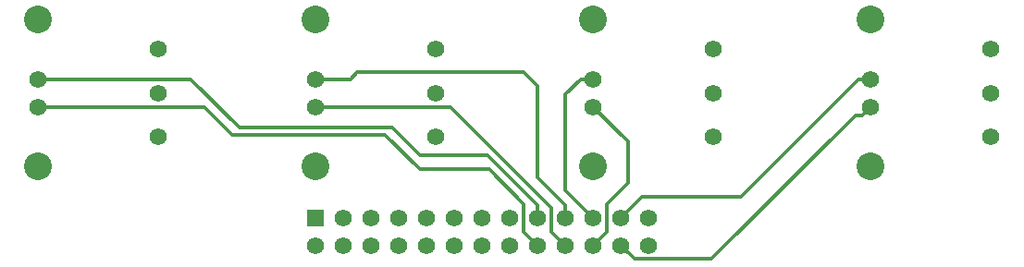
<source format=gbr>
G04 #@! TF.GenerationSoftware,KiCad,Pcbnew,(5.0.1)-3*
G04 #@! TF.CreationDate,2018-11-05T22:32:35-08:00*
G04 #@! TF.ProjectId,500-1136,3530302D313133362E6B696361645F70,rev?*
G04 #@! TF.SameCoordinates,Original*
G04 #@! TF.FileFunction,Copper,L2,Bot,Signal*
G04 #@! TF.FilePolarity,Positive*
%FSLAX46Y46*%
G04 Gerber Fmt 4.6, Leading zero omitted, Abs format (unit mm)*
G04 Created by KiCad (PCBNEW (5.0.1)-3) date 11/5/2018 10:32:35 PM*
%MOMM*%
%LPD*%
G01*
G04 APERTURE LIST*
G04 #@! TA.AperFunction,ComponentPad*
%ADD10R,1.574800X1.574800*%
G04 #@! TD*
G04 #@! TA.AperFunction,ComponentPad*
%ADD11C,1.574800*%
G04 #@! TD*
G04 #@! TA.AperFunction,ComponentPad*
%ADD12C,2.540000*%
G04 #@! TD*
G04 #@! TA.AperFunction,Conductor*
%ADD13C,0.304800*%
G04 #@! TD*
G04 APERTURE END LIST*
D10*
G04 #@! TO.P,P1,1*
G04 #@! TO.N,Net-(P1-Pad1)*
X152400000Y-139065000D03*
D11*
G04 #@! TO.P,P1,2*
G04 #@! TO.N,Net-(P1-Pad2)*
X152400000Y-141605000D03*
G04 #@! TO.P,P1,3*
G04 #@! TO.N,Net-(P1-Pad3)*
X154940000Y-139065000D03*
G04 #@! TO.P,P1,4*
G04 #@! TO.N,N/C*
X154940000Y-141605000D03*
G04 #@! TO.P,P1,5*
G04 #@! TO.N,Net-(P1-Pad5)*
X157480000Y-139065000D03*
G04 #@! TO.P,P1,6*
G04 #@! TO.N,Net-(P1-Pad6)*
X157480000Y-141605000D03*
G04 #@! TO.P,P1,7*
G04 #@! TO.N,Net-(P1-Pad7)*
X160020000Y-139065000D03*
G04 #@! TO.P,P1,8*
G04 #@! TO.N,N/C*
X160020000Y-141605000D03*
G04 #@! TO.P,P1,9*
G04 #@! TO.N,Net-(P1-Pad9)*
X162560000Y-139065000D03*
G04 #@! TO.P,P1,10*
G04 #@! TO.N,Net-(P1-Pad10)*
X162560000Y-141605000D03*
G04 #@! TO.P,P1,11*
G04 #@! TO.N,Net-(P1-Pad11)*
X165100000Y-139065000D03*
G04 #@! TO.P,P1,12*
G04 #@! TO.N,N/C*
X165100000Y-141605000D03*
G04 #@! TO.P,P1,13*
G04 #@! TO.N,Net-(P1-Pad13)*
X167640000Y-139065000D03*
G04 #@! TO.P,P1,14*
G04 #@! TO.N,Net-(P1-Pad14)*
X167640000Y-141605000D03*
G04 #@! TO.P,P1,15*
G04 #@! TO.N,Net-(P1-Pad15)*
X170180000Y-139065000D03*
G04 #@! TO.P,P1,16*
G04 #@! TO.N,N/C*
X170180000Y-141605000D03*
G04 #@! TO.P,P1,17*
G04 #@! TO.N,Net-(P1-Pad17)*
X172720000Y-139065000D03*
G04 #@! TO.P,P1,18*
G04 #@! TO.N,Net-(P1-Pad18)*
X172720000Y-141605000D03*
G04 #@! TO.P,P1,19*
G04 #@! TO.N,Net-(P1-Pad19)*
X175260000Y-139065000D03*
G04 #@! TO.P,P1,20*
G04 #@! TO.N,Net-(P1-Pad20)*
X175260000Y-141605000D03*
G04 #@! TO.P,P1,21*
G04 #@! TO.N,Net-(P1-Pad21)*
X177800000Y-139065000D03*
G04 #@! TO.P,P1,22*
G04 #@! TO.N,Net-(P1-Pad22)*
X177800000Y-141605000D03*
G04 #@! TO.P,P1,23*
G04 #@! TO.N,Net-(P1-Pad23)*
X180340000Y-139065000D03*
G04 #@! TO.P,P1,24*
G04 #@! TO.N,Net-(P1-Pad24)*
X180340000Y-141605000D03*
G04 #@! TO.P,P1,25*
G04 #@! TO.N,N/C*
X182880000Y-139065000D03*
G04 #@! TO.P,P1,26*
X182880000Y-141605000D03*
G04 #@! TD*
D12*
G04 #@! TO.P,R1,*
G04 #@! TO.N,*
X127000000Y-134335000D03*
X127000000Y-120935000D03*
D11*
G04 #@! TO.P,R1,4*
G04 #@! TO.N,Net-(P1-Pad18)*
X127000000Y-128905000D03*
G04 #@! TO.P,R1,5*
G04 #@! TO.N,Net-(P1-Pad17)*
X127000000Y-126365000D03*
G04 #@! TO.P,R1,2*
G04 #@! TO.N,Net-(P1-Pad2)*
X138000000Y-127635000D03*
G04 #@! TO.P,R1,3*
G04 #@! TO.N,Net-(P1-Pad3)*
X138000000Y-123635000D03*
G04 #@! TO.P,R1,1*
G04 #@! TO.N,Net-(P1-Pad1)*
X138000000Y-131635000D03*
G04 #@! TD*
G04 #@! TO.P,R2,1*
G04 #@! TO.N,Net-(P1-Pad5)*
X163400000Y-131635000D03*
G04 #@! TO.P,R2,3*
G04 #@! TO.N,Net-(P1-Pad7)*
X163400000Y-123635000D03*
G04 #@! TO.P,R2,2*
G04 #@! TO.N,Net-(P1-Pad6)*
X163400000Y-127635000D03*
G04 #@! TO.P,R2,5*
G04 #@! TO.N,Net-(P1-Pad19)*
X152400000Y-126365000D03*
G04 #@! TO.P,R2,4*
G04 #@! TO.N,Net-(P1-Pad20)*
X152400000Y-128905000D03*
D12*
G04 #@! TO.P,R2,*
G04 #@! TO.N,*
X152400000Y-120935000D03*
X152400000Y-134335000D03*
G04 #@! TD*
G04 #@! TO.P,R3,*
G04 #@! TO.N,*
X177800000Y-134335000D03*
X177800000Y-120935000D03*
D11*
G04 #@! TO.P,R3,4*
G04 #@! TO.N,Net-(P1-Pad22)*
X177800000Y-128905000D03*
G04 #@! TO.P,R3,5*
G04 #@! TO.N,Net-(P1-Pad21)*
X177800000Y-126365000D03*
G04 #@! TO.P,R3,2*
G04 #@! TO.N,Net-(P1-Pad10)*
X188800000Y-127635000D03*
G04 #@! TO.P,R3,3*
G04 #@! TO.N,Net-(P1-Pad11)*
X188800000Y-123635000D03*
G04 #@! TO.P,R3,1*
G04 #@! TO.N,Net-(P1-Pad9)*
X188800000Y-131635000D03*
G04 #@! TD*
G04 #@! TO.P,R4,1*
G04 #@! TO.N,Net-(P1-Pad13)*
X214200000Y-131635000D03*
G04 #@! TO.P,R4,3*
G04 #@! TO.N,Net-(P1-Pad15)*
X214200000Y-123635000D03*
G04 #@! TO.P,R4,2*
G04 #@! TO.N,Net-(P1-Pad14)*
X214200000Y-127635000D03*
G04 #@! TO.P,R4,5*
G04 #@! TO.N,Net-(P1-Pad23)*
X203200000Y-126365000D03*
G04 #@! TO.P,R4,4*
G04 #@! TO.N,Net-(P1-Pad24)*
X203200000Y-128905000D03*
D12*
G04 #@! TO.P,R4,*
G04 #@! TO.N,*
X203200000Y-120935000D03*
X203200000Y-134335000D03*
G04 #@! TD*
D13*
G04 #@! TO.N,Net-(P1-Pad17)*
X172720000Y-139065000D02*
X172720000Y-137951449D01*
X145415000Y-130810000D02*
X140970000Y-126365000D01*
X128113551Y-126365000D02*
X127000000Y-126365000D01*
X159385000Y-130810000D02*
X145415000Y-130810000D01*
X161925000Y-133350000D02*
X159385000Y-130810000D01*
X168118551Y-133350000D02*
X161925000Y-133350000D01*
X172720000Y-137951449D02*
X168118551Y-133350000D01*
X140970000Y-126365000D02*
X128113551Y-126365000D01*
G04 #@! TO.N,Net-(P1-Pad18)*
X127000000Y-128905000D02*
X142240000Y-128905000D01*
X142240000Y-128905000D02*
X144780000Y-131445000D01*
X144780000Y-131445000D02*
X158750000Y-131445000D01*
X158750000Y-131445000D02*
X161925000Y-134620000D01*
X161925000Y-134620000D02*
X168275000Y-134620000D01*
X168275000Y-134620000D02*
X171450000Y-137795000D01*
X171450000Y-140335000D02*
X172720000Y-141605000D01*
X171450000Y-137795000D02*
X171450000Y-140335000D01*
G04 #@! TO.N,Net-(P1-Pad19)*
X175260000Y-137951449D02*
X172720000Y-135411449D01*
X175260000Y-139065000D02*
X175260000Y-137951449D01*
X172720000Y-135411449D02*
X172720000Y-127000000D01*
X172720000Y-127000000D02*
X171450000Y-125730000D01*
X171450000Y-125730000D02*
X156210000Y-125730000D01*
X156210000Y-125730000D02*
X155575000Y-126365000D01*
X155575000Y-126365000D02*
X152400000Y-126365000D01*
G04 #@! TO.N,Net-(P1-Pad20)*
X173990000Y-138202880D02*
X164692120Y-128905000D01*
X153513551Y-128905000D02*
X152400000Y-128905000D01*
X164692120Y-128905000D02*
X153513551Y-128905000D01*
X173990000Y-140335000D02*
X173990000Y-138202880D01*
X175260000Y-141605000D02*
X173990000Y-140335000D01*
G04 #@! TO.N,Net-(P1-Pad21)*
X175260000Y-136525000D02*
X177800000Y-139065000D01*
X175260000Y-127791449D02*
X175260000Y-136525000D01*
X177800000Y-126365000D02*
X176686449Y-126365000D01*
X176686449Y-126365000D02*
X175260000Y-127791449D01*
G04 #@! TO.N,Net-(P1-Pad22)*
X177800000Y-141605000D02*
X179070000Y-140335000D01*
X179070000Y-140335000D02*
X179070000Y-137795000D01*
X179070000Y-137795000D02*
X180975000Y-135890000D01*
X180975000Y-132080000D02*
X177800000Y-128905000D01*
X180975000Y-135890000D02*
X180975000Y-132080000D01*
G04 #@! TO.N,Net-(P1-Pad23)*
X202086449Y-126365000D02*
X191291449Y-137160000D01*
X203200000Y-126365000D02*
X202086449Y-126365000D01*
X182245000Y-137160000D02*
X180340000Y-139065000D01*
X191291449Y-137160000D02*
X182245000Y-137160000D01*
G04 #@! TO.N,Net-(P1-Pad24)*
X202412601Y-129692399D02*
X201777601Y-129692399D01*
X203200000Y-128905000D02*
X202412601Y-129692399D01*
X181127399Y-142392399D02*
X180340000Y-141605000D01*
X181584601Y-142849601D02*
X181127399Y-142392399D01*
X188620399Y-142849601D02*
X181584601Y-142849601D01*
X201777601Y-129692399D02*
X188620399Y-142849601D01*
G04 #@! TD*
M02*

</source>
